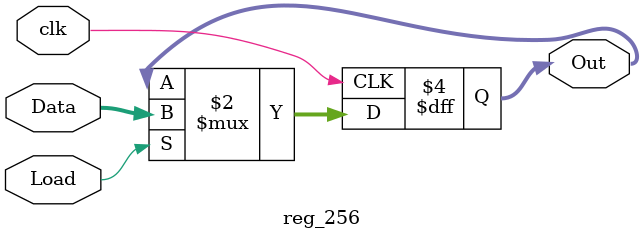
<source format=v>
module ecc_decryption (
    input clk,
    input rst,
    input [255:0] C1,  // Cipher text C1
    input [255:0] C2,  // Cipher text C2
    input [255:0] d,   // Private Key
    output reg [127:0] M, // Decrypted message
    output reg Done
);

    wire [255:0] dC1;
    wire Done1;

    multiplier k1(clk, rst, d, C1, Done1, dC1);

    always @(posedge clk or posedge rst) begin
        if (rst) begin
            M <= 128'b0;
            Done <= 1'b0;
        end else if (Done1) begin
            M <= C2[127:0] ^ dC1[127:0]; // Assuming message is in lower 128 bits
            Done <= 1'b1;
        end
    end
endmodule

module multiplier (
    input clk,
    input Reset,
    input [255:0] a, b,
    output reg Done,
    output [255:0] product
);

    reg [255:0] a_in, count_in;
    reg [257:0] b_in, c_in;
    reg a_load, b_load, c_load, count_load;

    wire [255:0] a_out, count_out;
    wire [257:0] b_out, c_out;

    reg_256 r1 (.clk(clk), .Load(a_load), .Data(a_in), .Out(a_out));
    reg_256 #(258) r2 (.clk(clk), .Load(b_load), .Data(b_in), .Out(b_out));
    reg_256 #(258) r3 (.clk(clk), .Load(c_load), .Data(c_in), .Out(c_out));
    reg_256 #(256) count (.clk(clk), .Load(count_load), .Data(count_in), .Out(count_out));

    reg [2:0] State, Next_State;
    parameter Init = 3'b000, Start = 3'b001, setB = 3'b010, redB = 3'b011, setC = 3'b100, Finish = 3'b101;

    reg [255:0] product_reg;
    assign product = product_reg;

    wire [257:0] P = {2'b00, 256'hFFFFFFFFFFFFFFFFFFFFFFFFFFFFFFFFFFFFFFFFFFFFFFFFFFFFFFFEFFFFFC2F};

    always @(posedge clk) begin
        if (Reset)
            State <= Init;
        else
            State <= Next_State;
    end

    always @(*) begin
        // Default assignments
        Next_State = State;
        count_in = count_out;
        b_in = b_out;
        c_in = c_out;
        a_in = a_out;
        count_load = 1'b0;
        a_load = 1'b0;
        b_load = 1'b0;
        c_load = 1'b0;

        case (State)
            Init: begin
                Next_State = Start;
                count_in = 8'b0;
                a_in = a;
                b_in = {2'b00, b};
                c_in = 258'b0;
                count_load = 1'b1;
                a_load = 1'b1;
                b_load = 1'b1;
                c_load = 1'b1;
            end

            Start: begin
                c_in = (a[0] == 1'b1) ? b_out : 258'b0;
                c_load = 1'b1;
                Next_State = setB;
            end

            setB: begin
                a_in = a_out >> 1;
                b_in = b_out << 1;
                a_load = 1'b1;
                b_load = 1'b1;
                if ((b_out << 1) >= P)
                    Next_State = redB;
                else
                    Next_State = setC;
            end

            redB: begin
                if (b_out >= P)
                    b_in = b_out - P;
                else
                    b_in = b_out;
                b_load = 1'b1;
                if ((b_out - P) >= P)
                    Next_State = redB;
                else
                    Next_State = setC;
            end

            setC: begin
                if (a_out[0] == 1'b1)
                    c_in = (c_out + b_out >= P) ? (c_out + b_out - P) : (c_out + b_out);
                else
                    c_in = c_out;

                c_load = 1'b1;
                count_in = count_out + 1;
                count_load = 1'b1;

                if (count_out == 8'd254)
                    Next_State = Finish;
                else
                    Next_State = setB;
            end

            Finish: begin
                // stay in Finish
                Next_State = Finish;
            end
        endcase
    end

    always @(posedge clk) begin
        if (Reset) begin
            Done <= 0;
            product_reg <= 0;
        end else if (State == Finish) begin
            if (c_out < P) begin
                product_reg <= c_out[255:0];
                Done <= 1;
            end else begin
                c_in <= c_out - P;
                c_load <= 1;
                Done <= 0;
            end
        end else begin
            Done <= 0;
        end
    end
endmodule
module reg_256 #(parameter size = 256) (
    input clk,
    input Load,
    input [size-1:0] Data,
    output reg [size-1:0] Out
);
    always @(posedge clk) begin
        if (Load)
            Out <= Data;
    end
endmodule


</source>
